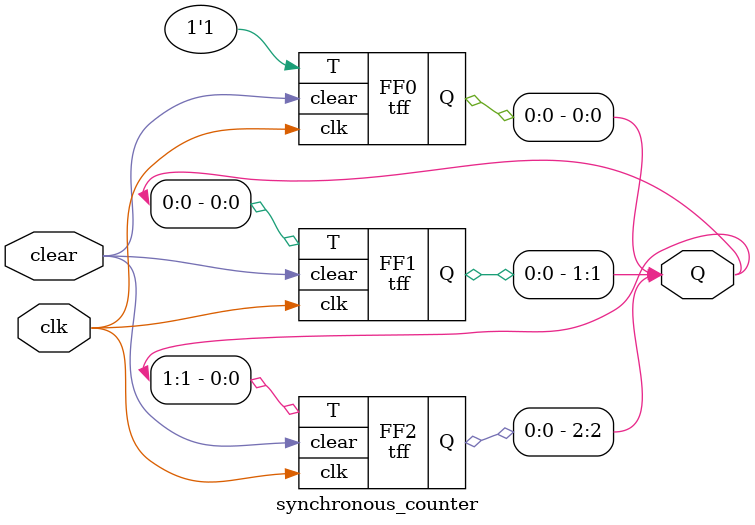
<source format=v>
module tff (Q, T, clear, clk);
    input T, clear, clk;
    output reg Q;

    always @(posedge clk or negedge clear) begin
        if (!clear)
            Q <= 0;
        else if (T)
            Q <= ~Q; // Toggle if T is high
    end
endmodule

// Synchronous 3-Bit Up Counter using T FF
module synchronous_counter (clear, clk, Q);
    input clear, clk;
    output [2:0] Q;

    wire w1, w2;

    // T Flip-Flops connections for up counting
    tff FF0 (Q[0], 1'b1, clear, clk);        // LSB toggles always
    tff FF1 (Q[1], Q[0], clear, clk);        // Toggles when Q[0] is 1
    tff FF2 (Q[2], Q[1], clear, clk);        // Toggles when Q[1] is 1

endmodule


</source>
